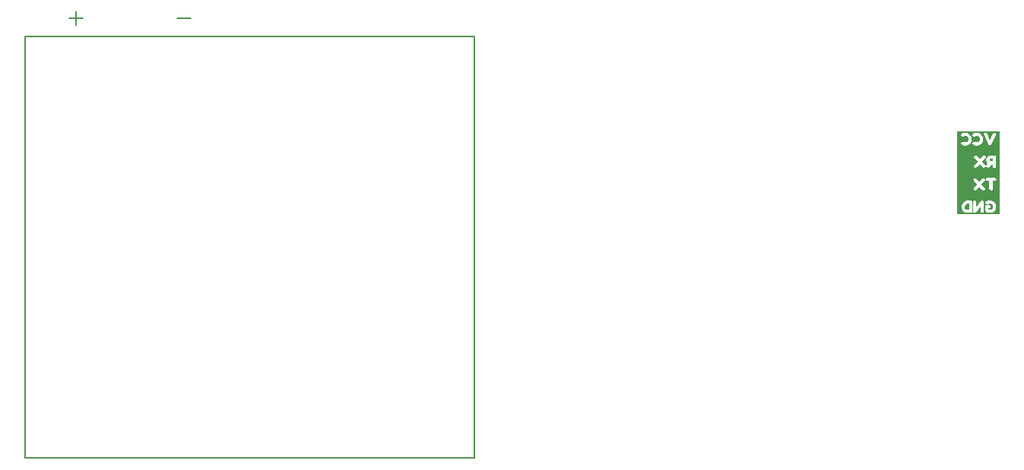
<source format=gbr>
%TF.GenerationSoftware,KiCad,Pcbnew,8.0.0*%
%TF.CreationDate,2024-07-15T05:39:07-05:00*%
%TF.ProjectId,MilkTastic,4d696c6b-5461-4737-9469-632e6b696361,rev?*%
%TF.SameCoordinates,Original*%
%TF.FileFunction,Legend,Bot*%
%TF.FilePolarity,Positive*%
%FSLAX46Y46*%
G04 Gerber Fmt 4.6, Leading zero omitted, Abs format (unit mm)*
G04 Created by KiCad (PCBNEW 8.0.0) date 2024-07-15 05:39:07*
%MOMM*%
%LPD*%
G01*
G04 APERTURE LIST*
%ADD10C,0.150000*%
%ADD11C,0.000000*%
G04 APERTURE END LIST*
D10*
X144222625Y-29613033D02*
X142698816Y-29613033D01*
X132222625Y-29613033D02*
X130698816Y-29613033D01*
X131460720Y-30374938D02*
X131460720Y-28851128D01*
%TO.C,BT1*%
X125797500Y-78627500D02*
X175797500Y-78627500D01*
X175797500Y-31627500D01*
X125797500Y-31627500D01*
X125797500Y-78627500D01*
D11*
%TO.C,kibuzzard-6692EF0B*%
G36*
X233564241Y-45521692D02*
G01*
X233347182Y-45521692D01*
X233252466Y-45486173D01*
X233207081Y-45377643D01*
X233249506Y-45275034D01*
X233351129Y-45233595D01*
X233564241Y-45233595D01*
X233564241Y-45521692D01*
G37*
G36*
X230927830Y-50907758D02*
G01*
X230772585Y-50907758D01*
X230651359Y-50884519D01*
X230548341Y-50814802D01*
X230477905Y-50712024D01*
X230454427Y-50589600D01*
X230477905Y-50466937D01*
X230548341Y-50363440D01*
X230651838Y-50293004D01*
X230774501Y-50269526D01*
X230927830Y-50269526D01*
X230927830Y-50907758D01*
G37*
G36*
X234382507Y-51446486D02*
G01*
X233965244Y-51446486D01*
X233252683Y-51446486D01*
X232390207Y-51446486D01*
X231104159Y-51446486D01*
X230034756Y-51446486D01*
X229617493Y-51446486D01*
X229617493Y-50581934D01*
X230103687Y-50581934D01*
X230116025Y-50716756D01*
X230153039Y-50841395D01*
X230214730Y-50955853D01*
X230301098Y-51060129D01*
X230404954Y-51146916D01*
X230519113Y-51208906D01*
X230643573Y-51246100D01*
X230778335Y-51258498D01*
X231104159Y-51258498D01*
X231200948Y-51245082D01*
X231253655Y-51203875D01*
X231273779Y-51150210D01*
X231278301Y-51086003D01*
X231385901Y-51086003D01*
X231388776Y-51152126D01*
X231406984Y-51203875D01*
X231460649Y-51246999D01*
X231562230Y-51260415D01*
X231660935Y-51249874D01*
X231717475Y-51208667D01*
X232213878Y-50553185D01*
X232213878Y-51086003D01*
X232216753Y-51152126D01*
X232234961Y-51203875D01*
X232288626Y-51246999D01*
X232390207Y-51260415D01*
X232488912Y-51246999D01*
X232540661Y-51203875D01*
X232558869Y-51151168D01*
X232562702Y-51084087D01*
X232562702Y-50997839D01*
X232702615Y-50997839D01*
X232748613Y-51108044D01*
X232873193Y-51204833D01*
X232979246Y-51246360D01*
X233105742Y-51271276D01*
X233252683Y-51279581D01*
X233385887Y-51266524D01*
X233509509Y-51227353D01*
X233623548Y-51162069D01*
X233728003Y-51070670D01*
X233815209Y-50961064D01*
X233877499Y-50841156D01*
X233914873Y-50710946D01*
X233927331Y-50570434D01*
X233914693Y-50436451D01*
X233876780Y-50312410D01*
X233813592Y-50198312D01*
X233725128Y-50094156D01*
X233618936Y-50007369D01*
X233502561Y-49945379D01*
X233376005Y-49908184D01*
X233374109Y-49908012D01*
X233239267Y-49895786D01*
X233139842Y-49902734D01*
X233033231Y-49923577D01*
X232932369Y-49956878D01*
X232850194Y-50001200D01*
X232796529Y-50039532D01*
X232761071Y-50079781D01*
X232742864Y-50135363D01*
X232786946Y-50242693D01*
X232857860Y-50318879D01*
X232928775Y-50344274D01*
X233032272Y-50300192D01*
X233130499Y-50259943D01*
X233248850Y-50246526D01*
X233374867Y-50270245D01*
X233480760Y-50341399D01*
X233552633Y-50447052D01*
X233576590Y-50574267D01*
X233551675Y-50705555D01*
X233476927Y-50819594D01*
X233369117Y-50898654D01*
X233245016Y-50925008D01*
X233134811Y-50918779D01*
X233053355Y-50900092D01*
X233053355Y-50735263D01*
X233195184Y-50735263D01*
X233246933Y-50732388D01*
X233287182Y-50717055D01*
X233319764Y-50672015D01*
X233329347Y-50585767D01*
X233318806Y-50501436D01*
X233283349Y-50456396D01*
X233241183Y-50441063D01*
X233189435Y-50438188D01*
X232854027Y-50438188D01*
X232780238Y-50451604D01*
X232735197Y-50476520D01*
X232712198Y-50514852D01*
X232703573Y-50557018D01*
X232702615Y-50604933D01*
X232702615Y-50997839D01*
X232562702Y-50997839D01*
X232562702Y-50089364D01*
X232558869Y-50025158D01*
X232539703Y-49974367D01*
X232486996Y-49933160D01*
X232386373Y-49920702D01*
X232299168Y-49932202D01*
X232250294Y-49956160D01*
X232215795Y-49995450D01*
X231736641Y-50639432D01*
X231736641Y-50089364D01*
X231732808Y-50026116D01*
X231713642Y-49975326D01*
X231659977Y-49934118D01*
X231635703Y-49930851D01*
X231560313Y-49920702D01*
X231460649Y-49934118D01*
X231406984Y-49978201D01*
X231388776Y-50030907D01*
X231385901Y-50097031D01*
X231385901Y-51086003D01*
X231278301Y-51086003D01*
X231278571Y-51082170D01*
X231278571Y-50091281D01*
X231275696Y-50027074D01*
X231257488Y-49974367D01*
X231203823Y-49931244D01*
X231102242Y-49918786D01*
X230772585Y-49918786D01*
X230640338Y-49931004D01*
X230519448Y-49967129D01*
X230517675Y-49967659D01*
X230404595Y-50028751D01*
X230301098Y-50114280D01*
X230214730Y-50216819D01*
X230153039Y-50328941D01*
X230116025Y-50450646D01*
X230103687Y-50581934D01*
X229617493Y-50581934D01*
X229617493Y-47568985D01*
X231425694Y-47568985D01*
X231491808Y-47693434D01*
X231841823Y-48076506D01*
X231493753Y-48459577D01*
X231426666Y-48584999D01*
X231503475Y-48708477D01*
X231635703Y-48777507D01*
X231754319Y-48696809D01*
X232079055Y-48339017D01*
X232405735Y-48696809D01*
X232524351Y-48777507D01*
X232656579Y-48708477D01*
X232733388Y-48584999D01*
X232666301Y-48459577D01*
X232318231Y-48076506D01*
X232668246Y-47693434D01*
X232733388Y-47568985D01*
X232718415Y-47543706D01*
X232779084Y-47543706D01*
X232790751Y-47629265D01*
X232828669Y-47674961D01*
X232873393Y-47690518D01*
X232928812Y-47693434D01*
X233197157Y-47693434D01*
X233197157Y-48584027D01*
X233200074Y-48649169D01*
X233218547Y-48700699D01*
X233272993Y-48743478D01*
X233374109Y-48757090D01*
X233474252Y-48743478D01*
X233526754Y-48699726D01*
X233544255Y-48647224D01*
X233547171Y-48582082D01*
X233547171Y-47693434D01*
X233817460Y-47693434D01*
X233872879Y-47690518D01*
X233916631Y-47674961D01*
X233953577Y-47629265D01*
X233965244Y-47541761D01*
X233953577Y-47457174D01*
X233915659Y-47412450D01*
X233870935Y-47396894D01*
X233815516Y-47393977D01*
X233059086Y-47393977D01*
X232871449Y-47396894D01*
X232827697Y-47412450D01*
X232790751Y-47458147D01*
X232779084Y-47543706D01*
X232718415Y-47543706D01*
X232658523Y-47442591D01*
X232526296Y-47373560D01*
X232407679Y-47454258D01*
X232079055Y-47813995D01*
X231752374Y-47454258D01*
X231671883Y-47399497D01*
X231633758Y-47373560D01*
X231501531Y-47442591D01*
X231425694Y-47568985D01*
X229617493Y-47568985D01*
X229617493Y-45048109D01*
X231458770Y-45048109D01*
X231525861Y-45174397D01*
X231881048Y-45563130D01*
X231527834Y-45951863D01*
X231459757Y-46079138D01*
X231537701Y-46204440D01*
X231671883Y-46274491D01*
X231792252Y-46192601D01*
X232121786Y-45829520D01*
X232453294Y-46192601D01*
X232573663Y-46274491D01*
X232707845Y-46204440D01*
X232780265Y-46088018D01*
X232824268Y-46088018D01*
X232918984Y-46204440D01*
X233059086Y-46258705D01*
X233169589Y-46166948D01*
X233380728Y-45880825D01*
X233564241Y-45880825D01*
X233564241Y-46072232D01*
X233567201Y-46140309D01*
X233585947Y-46193587D01*
X233641198Y-46237986D01*
X233745781Y-46251799D01*
X233848391Y-46237986D01*
X233903642Y-46192601D01*
X233922388Y-46138336D01*
X233925348Y-46070258D01*
X233925348Y-45052055D01*
X233922388Y-44985951D01*
X233903642Y-44931686D01*
X233848391Y-44886301D01*
X233743808Y-44872488D01*
X233347182Y-44872488D01*
X233267018Y-44880381D01*
X233261365Y-44882001D01*
X233184388Y-44904060D01*
X233102004Y-44942539D01*
X233022581Y-44994831D01*
X232951790Y-45064635D01*
X232895305Y-45155651D01*
X232858307Y-45262454D01*
X232845974Y-45379617D01*
X232865268Y-45527392D01*
X232923150Y-45654996D01*
X233019621Y-45762430D01*
X232877546Y-45951863D01*
X232824268Y-46088018D01*
X232780265Y-46088018D01*
X232785789Y-46079138D01*
X232717712Y-45951863D01*
X232364498Y-45563130D01*
X232719685Y-45174397D01*
X232785789Y-45048109D01*
X232709819Y-44919847D01*
X232575637Y-44849796D01*
X232455268Y-44931686D01*
X232121786Y-45296740D01*
X231790278Y-44931686D01*
X231783253Y-44926907D01*
X231669909Y-44849796D01*
X231535727Y-44919847D01*
X231458770Y-45048109D01*
X229617493Y-45048109D01*
X229617493Y-42586799D01*
X230034756Y-42586799D01*
X230078819Y-42698960D01*
X230153926Y-42780075D01*
X230223025Y-42807114D01*
X230331179Y-42761048D01*
X230344198Y-42752035D01*
X230361222Y-42741020D01*
X230380249Y-42730004D01*
X230407288Y-42719990D01*
X230439334Y-42711978D01*
X230479391Y-42704968D01*
X230527459Y-42702965D01*
X230641623Y-42722994D01*
X230754784Y-42782078D01*
X230843912Y-42891234D01*
X230869448Y-42966342D01*
X230877960Y-43051463D01*
X230862688Y-43160869D01*
X230816873Y-43252751D01*
X230752030Y-43323101D01*
X230679677Y-43367915D01*
X230527459Y-43399961D01*
X230421809Y-43383437D01*
X230321165Y-43333867D01*
X230221022Y-43293809D01*
X230152924Y-43322350D01*
X230080821Y-43407972D01*
X230036758Y-43524138D01*
X230064799Y-43597243D01*
X230146916Y-43658330D01*
X230265752Y-43720641D01*
X230389930Y-43758028D01*
X230519448Y-43770490D01*
X230604319Y-43764482D01*
X230694698Y-43746456D01*
X230789334Y-43714160D01*
X230886973Y-43665340D01*
X230980857Y-43602250D01*
X231064226Y-43527143D01*
X231135578Y-43434761D01*
X231193411Y-43319847D01*
X231231716Y-43187157D01*
X231244484Y-43041449D01*
X231231966Y-42901249D01*
X231194412Y-42773065D01*
X231137331Y-42661656D01*
X231078112Y-42586799D01*
X231298561Y-42586799D01*
X231342624Y-42698960D01*
X231417731Y-42780075D01*
X231486830Y-42807114D01*
X231594985Y-42761048D01*
X231608003Y-42752035D01*
X231625027Y-42741020D01*
X231644055Y-42730004D01*
X231671093Y-42719990D01*
X231703139Y-42711978D01*
X231743196Y-42704968D01*
X231791265Y-42702965D01*
X231905428Y-42722994D01*
X232018590Y-42782078D01*
X232107717Y-42891234D01*
X232133253Y-42966342D01*
X232141766Y-43051463D01*
X232126494Y-43160869D01*
X232080678Y-43252751D01*
X232015836Y-43323101D01*
X231943482Y-43367915D01*
X231791265Y-43399961D01*
X231685614Y-43383437D01*
X231584970Y-43333867D01*
X231484827Y-43293809D01*
X231416730Y-43322350D01*
X231344627Y-43407972D01*
X231300564Y-43524138D01*
X231328604Y-43597243D01*
X231410721Y-43658330D01*
X231529558Y-43720641D01*
X231653735Y-43758028D01*
X231783253Y-43770490D01*
X231868125Y-43764482D01*
X231958504Y-43746456D01*
X232053139Y-43714160D01*
X232150779Y-43665340D01*
X232244663Y-43602250D01*
X232328032Y-43527143D01*
X232399384Y-43434761D01*
X232457216Y-43319847D01*
X232495521Y-43187157D01*
X232508289Y-43041449D01*
X232495771Y-42901249D01*
X232458218Y-42773065D01*
X232401136Y-42661656D01*
X232330035Y-42571778D01*
X232246665Y-42498673D01*
X232197415Y-42466628D01*
X232591408Y-42466628D01*
X232614441Y-42604825D01*
X233089119Y-43648316D01*
X233158218Y-43721420D01*
X233261365Y-43748459D01*
X233373525Y-43723423D01*
X233441623Y-43648316D01*
X233916301Y-42604825D01*
X233936329Y-42465626D01*
X233824169Y-42370490D01*
X233673954Y-42340447D01*
X233581823Y-42454610D01*
X233265371Y-43233724D01*
X232948919Y-42454610D01*
X232854784Y-42341449D01*
X232706572Y-42370490D01*
X232591408Y-42466628D01*
X232197415Y-42466628D01*
X232152781Y-42437586D01*
X232054641Y-42390269D01*
X231958504Y-42358473D01*
X231865621Y-42340447D01*
X231777245Y-42334439D01*
X231657963Y-42346901D01*
X231535121Y-42384288D01*
X231408718Y-42446599D01*
X231354641Y-42484653D01*
X231317588Y-42526713D01*
X231298561Y-42586799D01*
X231078112Y-42586799D01*
X231066229Y-42571778D01*
X230982860Y-42498673D01*
X230888976Y-42437586D01*
X230790836Y-42390269D01*
X230694698Y-42358473D01*
X230601816Y-42340447D01*
X230513439Y-42334439D01*
X230394158Y-42346901D01*
X230271316Y-42384288D01*
X230144913Y-42446599D01*
X230090836Y-42484653D01*
X230053783Y-42526713D01*
X230034756Y-42586799D01*
X229617493Y-42586799D01*
X229617493Y-42153514D01*
X230034756Y-42153514D01*
X233965244Y-42153514D01*
X234382507Y-42153514D01*
X234382507Y-51446486D01*
G37*
%TD*%
M02*

</source>
